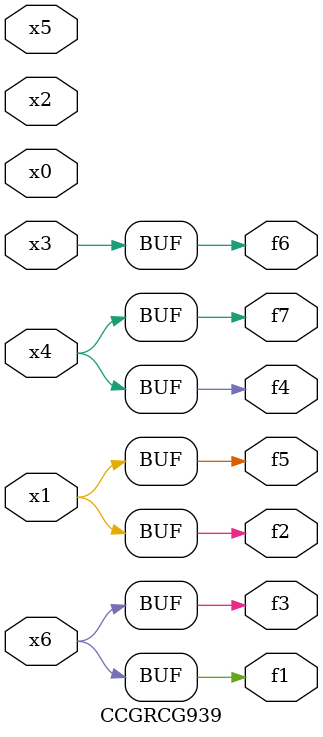
<source format=v>
module CCGRCG939(
	input x0, x1, x2, x3, x4, x5, x6,
	output f1, f2, f3, f4, f5, f6, f7
);
	assign f1 = x6;
	assign f2 = x1;
	assign f3 = x6;
	assign f4 = x4;
	assign f5 = x1;
	assign f6 = x3;
	assign f7 = x4;
endmodule

</source>
